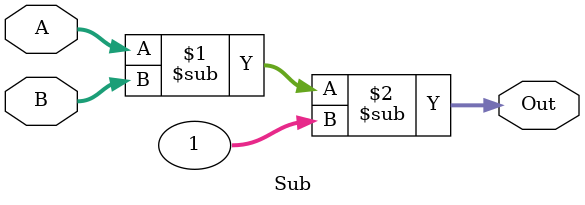
<source format=v>
module Sub(A, B, Out);

    parameter WIDTH = 64;

    input [WIDTH-1:0] A, B;
    output [WIDTH-1:0] Out;

    assign Out = A - B - 1;


endmodule
</source>
